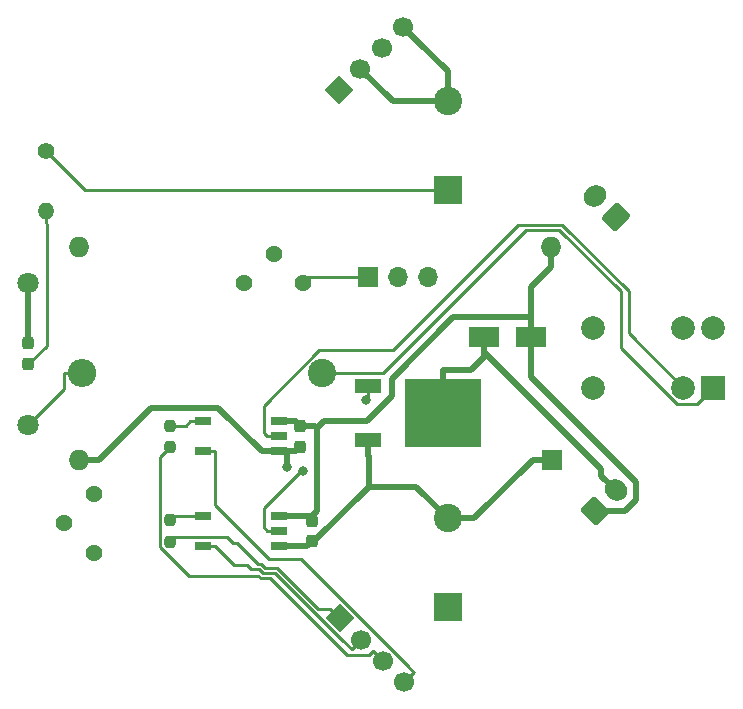
<source format=gtl>
G04 #@! TF.GenerationSoftware,KiCad,Pcbnew,(6.0.11)*
G04 #@! TF.CreationDate,2023-01-31T15:57:48+09:00*
G04 #@! TF.ProjectId,kick-drib-20230121,6b69636b-2d64-4726-9962-2d3230323330,V2.0*
G04 #@! TF.SameCoordinates,PX73bce80PY7ffbac0*
G04 #@! TF.FileFunction,Copper,L1,Top*
G04 #@! TF.FilePolarity,Positive*
%FSLAX46Y46*%
G04 Gerber Fmt 4.6, Leading zero omitted, Abs format (unit mm)*
G04 Created by KiCad (PCBNEW (6.0.11)) date 2023-01-31 15:57:48*
%MOMM*%
%LPD*%
G01*
G04 APERTURE LIST*
G04 Aperture macros list*
%AMRoundRect*
0 Rectangle with rounded corners*
0 $1 Rounding radius*
0 $2 $3 $4 $5 $6 $7 $8 $9 X,Y pos of 4 corners*
0 Add a 4 corners polygon primitive as box body*
4,1,4,$2,$3,$4,$5,$6,$7,$8,$9,$2,$3,0*
0 Add four circle primitives for the rounded corners*
1,1,$1+$1,$2,$3*
1,1,$1+$1,$4,$5*
1,1,$1+$1,$6,$7*
1,1,$1+$1,$8,$9*
0 Add four rect primitives between the rounded corners*
20,1,$1+$1,$2,$3,$4,$5,0*
20,1,$1+$1,$4,$5,$6,$7,0*
20,1,$1+$1,$6,$7,$8,$9,0*
20,1,$1+$1,$8,$9,$2,$3,0*%
%AMHorizOval*
0 Thick line with rounded ends*
0 $1 width*
0 $2 $3 position (X,Y) of the first rounded end (center of the circle)*
0 $4 $5 position (X,Y) of the second rounded end (center of the circle)*
0 Add line between two ends*
20,1,$1,$2,$3,$4,$5,0*
0 Add two circle primitives to create the rounded ends*
1,1,$1,$2,$3*
1,1,$1,$4,$5*%
%AMRotRect*
0 Rectangle, with rotation*
0 The origin of the aperture is its center*
0 $1 length*
0 $2 width*
0 $3 Rotation angle, in degrees counterclockwise*
0 Add horizontal line*
21,1,$1,$2,0,0,$3*%
G04 Aperture macros list end*
G04 #@! TA.AperFunction,SMDPad,CuDef*
%ADD10R,1.400000X0.800000*%
G04 #@! TD*
G04 #@! TA.AperFunction,SMDPad,CuDef*
%ADD11RoundRect,0.237500X-0.237500X0.300000X-0.237500X-0.300000X0.237500X-0.300000X0.237500X0.300000X0*%
G04 #@! TD*
G04 #@! TA.AperFunction,ComponentPad*
%ADD12RoundRect,0.250000X0.954594X0.106066X0.106066X0.954594X-0.954594X-0.106066X-0.106066X-0.954594X0*%
G04 #@! TD*
G04 #@! TA.AperFunction,ComponentPad*
%ADD13HorizOval,1.700000X0.106066X0.106066X-0.106066X-0.106066X0*%
G04 #@! TD*
G04 #@! TA.AperFunction,ComponentPad*
%ADD14RotRect,1.700000X1.700000X135.000000*%
G04 #@! TD*
G04 #@! TA.AperFunction,ComponentPad*
%ADD15HorizOval,1.700000X0.000000X0.000000X0.000000X0.000000X0*%
G04 #@! TD*
G04 #@! TA.AperFunction,ComponentPad*
%ADD16C,1.800000*%
G04 #@! TD*
G04 #@! TA.AperFunction,ComponentPad*
%ADD17C,1.431000*%
G04 #@! TD*
G04 #@! TA.AperFunction,SMDPad,CuDef*
%ADD18RoundRect,0.237500X-0.237500X0.250000X-0.237500X-0.250000X0.237500X-0.250000X0.237500X0.250000X0*%
G04 #@! TD*
G04 #@! TA.AperFunction,ComponentPad*
%ADD19RoundRect,0.250000X0.106066X-0.954594X0.954594X-0.106066X-0.106066X0.954594X-0.954594X0.106066X0*%
G04 #@! TD*
G04 #@! TA.AperFunction,ComponentPad*
%ADD20HorizOval,1.700000X-0.106066X0.106066X0.106066X-0.106066X0*%
G04 #@! TD*
G04 #@! TA.AperFunction,ComponentPad*
%ADD21C,2.400000*%
G04 #@! TD*
G04 #@! TA.AperFunction,ComponentPad*
%ADD22O,2.400000X2.400000*%
G04 #@! TD*
G04 #@! TA.AperFunction,ComponentPad*
%ADD23RotRect,1.700000X1.700000X45.000000*%
G04 #@! TD*
G04 #@! TA.AperFunction,ComponentPad*
%ADD24HorizOval,1.700000X0.000000X0.000000X0.000000X0.000000X0*%
G04 #@! TD*
G04 #@! TA.AperFunction,ComponentPad*
%ADD25C,1.400000*%
G04 #@! TD*
G04 #@! TA.AperFunction,ComponentPad*
%ADD26O,1.400000X1.400000*%
G04 #@! TD*
G04 #@! TA.AperFunction,SMDPad,CuDef*
%ADD27R,2.500000X1.800000*%
G04 #@! TD*
G04 #@! TA.AperFunction,SMDPad,CuDef*
%ADD28R,2.200000X1.200000*%
G04 #@! TD*
G04 #@! TA.AperFunction,SMDPad,CuDef*
%ADD29R,6.400000X5.800000*%
G04 #@! TD*
G04 #@! TA.AperFunction,SMDPad,CuDef*
%ADD30RoundRect,0.237500X-0.237500X0.287500X-0.237500X-0.287500X0.237500X-0.287500X0.237500X0.287500X0*%
G04 #@! TD*
G04 #@! TA.AperFunction,ComponentPad*
%ADD31R,2.400000X2.400000*%
G04 #@! TD*
G04 #@! TA.AperFunction,ComponentPad*
%ADD32R,1.727200X1.727200*%
G04 #@! TD*
G04 #@! TA.AperFunction,ComponentPad*
%ADD33O,1.727200X1.727200*%
G04 #@! TD*
G04 #@! TA.AperFunction,ComponentPad*
%ADD34R,2.000000X2.000000*%
G04 #@! TD*
G04 #@! TA.AperFunction,ComponentPad*
%ADD35C,2.000000*%
G04 #@! TD*
G04 #@! TA.AperFunction,ComponentPad*
%ADD36R,1.700000X1.700000*%
G04 #@! TD*
G04 #@! TA.AperFunction,ComponentPad*
%ADD37O,1.700000X1.700000*%
G04 #@! TD*
G04 #@! TA.AperFunction,ViaPad*
%ADD38C,0.800000*%
G04 #@! TD*
G04 #@! TA.AperFunction,Conductor*
%ADD39C,0.250000*%
G04 #@! TD*
G04 #@! TA.AperFunction,Conductor*
%ADD40C,0.500000*%
G04 #@! TD*
G04 APERTURE END LIST*
D10*
X23442000Y34002200D03*
X23442000Y31462200D03*
X29942000Y31462200D03*
X29942000Y32732200D03*
X29942000Y34002200D03*
D11*
X32692000Y25594700D03*
X32692000Y23869700D03*
D12*
X58420000Y51308000D03*
D13*
X56652233Y53075767D03*
D14*
X35005000Y62045200D03*
D15*
X36801051Y63841251D03*
X38597102Y65637302D03*
X40393154Y67433354D03*
D16*
X8692000Y33732200D03*
X8692000Y45732200D03*
D17*
X14224000Y27900000D03*
X11684000Y25400000D03*
X14224000Y22900000D03*
D18*
X20692000Y33644700D03*
X20692000Y31819700D03*
X20692000Y25644700D03*
X20692000Y23819700D03*
D11*
X31692000Y33594700D03*
X31692000Y31869700D03*
D10*
X23442000Y26002200D03*
X23442000Y23462200D03*
X29942000Y23462200D03*
X29942000Y24732200D03*
X29942000Y26002200D03*
D17*
X26964000Y45720000D03*
X29464000Y48220000D03*
X31964000Y45720000D03*
D19*
X56656900Y26411300D03*
D20*
X58424667Y28179067D03*
D21*
X33528000Y38100000D03*
D22*
X13208000Y38100000D03*
D23*
X35099900Y17324300D03*
D24*
X36895951Y15528249D03*
X38692002Y13732198D03*
X40488054Y11936146D03*
D25*
X10160000Y56896000D03*
D26*
X10160000Y51816000D03*
D27*
X51276000Y41148000D03*
X47276000Y41148000D03*
D28*
X37492000Y37012200D03*
D29*
X43792000Y34732200D03*
D28*
X37492000Y32452200D03*
D30*
X8692000Y40607200D03*
X8692000Y38857200D03*
D31*
X44196000Y18288000D03*
D21*
X44196000Y25788000D03*
D32*
X53020000Y30732200D03*
D33*
X52980000Y48732200D03*
X13020000Y30732200D03*
X13020000Y48732200D03*
D34*
X66679500Y36833000D03*
D35*
X64139500Y36833000D03*
X56519500Y36833000D03*
X56519500Y41913000D03*
X64139500Y41913000D03*
X66679500Y41913000D03*
D31*
X44196000Y53594000D03*
D21*
X44196000Y61094000D03*
D36*
X37440000Y46232200D03*
D37*
X39980000Y46232200D03*
X42520000Y46232200D03*
D38*
X30620700Y30145200D03*
X37297500Y35803000D03*
X31958500Y29838500D03*
D39*
X44196000Y53594000D02*
X13462000Y53594000D01*
X13462000Y53594000D02*
X10160000Y56896000D01*
D40*
X33108800Y33415000D02*
X33721000Y34027200D01*
X60151900Y27372500D02*
X59190700Y26411300D01*
X51276000Y45414300D02*
X51276000Y42804800D01*
X52980000Y48732200D02*
X52980000Y47118300D01*
X33721000Y34027200D02*
X37350500Y34027200D01*
X33108800Y26419000D02*
X33108800Y33415000D01*
X39445000Y36121700D02*
X39445000Y37584500D01*
X51276000Y37740000D02*
X60151900Y28864100D01*
X31692000Y33594700D02*
X31392300Y33894400D01*
X37350500Y34027200D02*
X39445000Y36121700D01*
X31392300Y26002200D02*
X32692000Y26002200D01*
X32929100Y33594700D02*
X31692000Y33594700D01*
X32692000Y26002200D02*
X33108800Y26419000D01*
X29942000Y34002200D02*
X31392300Y34002200D01*
X39445000Y37584500D02*
X44665300Y42804800D01*
X29942000Y26002200D02*
X31392300Y26002200D01*
X32692000Y26002200D02*
X32692000Y25594700D01*
X60151900Y28864100D02*
X60151900Y27372500D01*
X31392300Y33894400D02*
X31392300Y34002200D01*
X52980000Y47118300D02*
X51276000Y45414300D01*
X51276000Y42804800D02*
X51276000Y41148000D01*
X33108800Y33415000D02*
X32929100Y33594700D01*
X44665300Y42804800D02*
X51276000Y42804800D01*
X51276000Y41148000D02*
X51276000Y37740000D01*
X59190700Y26411300D02*
X56656900Y26411300D01*
X44196000Y61094000D02*
X44196000Y63630600D01*
X41525900Y28458100D02*
X44196000Y25788000D01*
X30281400Y31462200D02*
X29942000Y31462200D01*
X30620700Y31462200D02*
X31392300Y31462200D01*
X39548400Y61094000D02*
X44196000Y61094000D01*
X37505100Y31088800D02*
X37492000Y31101900D01*
X31392300Y31570000D02*
X31692000Y31869700D01*
X51406100Y30732200D02*
X46461900Y25788000D01*
X24792300Y35161600D02*
X19063300Y35161600D01*
X30620700Y30145200D02*
X30620700Y31462200D01*
X29942000Y31462200D02*
X28491700Y31462200D01*
X40393200Y67433400D02*
X41524800Y66301800D01*
X36801100Y63841300D02*
X39548400Y61094000D01*
X13020000Y30732200D02*
X14633900Y30732200D01*
X32692000Y23869700D02*
X32284500Y23462200D01*
X46461900Y25788000D02*
X44196000Y25788000D01*
X30281400Y31462200D02*
X30620700Y31462200D01*
X37505100Y28458100D02*
X41525900Y28458100D01*
X32692000Y23869700D02*
X32916700Y23869700D01*
X8692000Y40607200D02*
X8692000Y45732200D01*
X37492000Y32452200D02*
X37492000Y31101900D01*
X32916700Y23869700D02*
X37505100Y28458100D01*
X31392300Y31462200D02*
X31392300Y31570000D01*
X19063300Y35161600D02*
X14633900Y30732200D01*
X37505100Y28458100D02*
X37505100Y31088800D01*
X53020000Y30732200D02*
X51406100Y30732200D01*
X28491700Y31462200D02*
X24792300Y35161600D01*
X32284500Y23462200D02*
X29942000Y23462200D01*
X44196000Y63630600D02*
X41524800Y66301800D01*
X47276000Y39868200D02*
X47276000Y39497700D01*
X47276000Y40265300D02*
X47276000Y39868200D01*
X43792000Y38382500D02*
X46160800Y38382500D01*
X57187100Y29957100D02*
X57187100Y29416800D01*
X58424700Y28179100D02*
X57187100Y29416800D01*
X46160800Y38382500D02*
X47276000Y39497700D01*
X47276000Y39868200D02*
X57187100Y29957100D01*
X47276000Y41148000D02*
X47276000Y40265300D01*
X43792000Y34732200D02*
X43792000Y38382500D01*
D39*
X25981500Y23737300D02*
X25531200Y24187600D01*
X34268900Y18155400D02*
X34268800Y18155300D01*
X28735800Y21620000D02*
X28384500Y21971300D01*
X28384500Y21971300D02*
X28146300Y21971300D01*
X26380300Y23737300D02*
X25981500Y23737300D01*
X21059900Y24187600D02*
X20692000Y23819700D01*
X25531200Y24187600D02*
X21059900Y24187600D01*
X34268800Y18155300D02*
X33236100Y18155300D01*
X33236100Y18155300D02*
X29771400Y21620000D01*
X35099900Y17324300D02*
X34268900Y18155400D01*
X28146300Y21971300D02*
X26380300Y23737300D01*
X29771400Y21620000D02*
X28735800Y21620000D01*
X19851400Y23366300D02*
X19851400Y30979100D01*
X28362600Y20719400D02*
X28170600Y20911400D01*
X22306300Y20911400D02*
X19851400Y23366300D01*
X28170600Y20911400D02*
X22306300Y20911400D01*
X19851400Y30979100D02*
X20692000Y31819700D01*
X38692000Y13732200D02*
X37861000Y14563300D01*
X37861000Y14563300D02*
X37497300Y14199600D01*
X37497300Y14199600D02*
X35693000Y14199600D01*
X29173200Y20719400D02*
X28362600Y20719400D01*
X35693000Y14199600D02*
X29173200Y20719400D01*
X40938400Y13147900D02*
X40938400Y13174500D01*
X24467300Y26924100D02*
X24467300Y31462200D01*
X31790100Y22322800D02*
X29068600Y22322800D01*
X29068600Y22322800D02*
X24467300Y26924100D01*
X40488100Y11936100D02*
X41319200Y12767200D01*
X41319200Y12767200D02*
X40938400Y13147900D01*
X40938400Y13174500D02*
X31790100Y22322800D01*
X23442000Y31462200D02*
X24467300Y31462200D01*
X26076100Y21853400D02*
X24467300Y23462200D01*
X28197900Y21521000D02*
X27561000Y21521000D01*
X36896000Y15528200D02*
X36065000Y14697200D01*
X27228600Y21853400D02*
X26076100Y21853400D01*
X35226300Y15528200D02*
X29584800Y21169700D01*
X28549200Y21169700D02*
X28197900Y21521000D01*
X35233900Y15528200D02*
X35226300Y15528200D01*
X27561000Y21521000D02*
X27228600Y21853400D01*
X23442000Y23462200D02*
X24467300Y23462200D01*
X36065000Y14697200D02*
X35233900Y15528200D01*
X29584800Y21169700D02*
X28549200Y21169700D01*
X37440000Y46232200D02*
X32476200Y46232200D01*
X32476200Y46232200D02*
X31964000Y45720000D01*
X65337300Y35490800D02*
X66679500Y36833000D01*
X33528000Y38100000D02*
X38722300Y38100000D01*
X50843700Y50221400D02*
X53653700Y50221400D01*
X63576900Y35490800D02*
X65337300Y35490800D01*
X58842000Y40225700D02*
X63576900Y35490800D01*
X38722300Y38100000D02*
X50843700Y50221400D01*
X53653700Y50221400D02*
X58842000Y45033100D01*
X58842000Y45033100D02*
X58842000Y40225700D01*
X64139500Y36833000D02*
X59517300Y41455200D01*
X39550400Y40079000D02*
X33344400Y40079000D01*
X33344400Y40079000D02*
X28616600Y35351200D01*
X59517300Y41455200D02*
X59517300Y45015200D01*
X28616600Y33032300D02*
X28916700Y32732200D01*
X28616600Y35351200D02*
X28616600Y33032300D01*
X53860700Y50671800D02*
X50143200Y50671800D01*
X50143200Y50671800D02*
X39550400Y40079000D01*
X29942000Y32732200D02*
X28916700Y32732200D01*
X59517300Y45015200D02*
X53860700Y50671800D01*
X29942000Y24732200D02*
X28916700Y24732200D01*
X31771700Y29838500D02*
X28616600Y26683400D01*
X37492000Y36086900D02*
X37297500Y35892400D01*
X37297500Y35892400D02*
X37297500Y35803000D01*
X28616600Y26683400D02*
X28616600Y25032300D01*
X31958500Y29838500D02*
X31771700Y29838500D01*
X37492000Y37012200D02*
X37492000Y36086900D01*
X28616600Y25032300D02*
X28916700Y24732200D01*
X11682700Y38100000D02*
X11682700Y36722900D01*
X11682700Y36722900D02*
X8692000Y33732200D01*
X13208000Y38100000D02*
X11682700Y38100000D01*
X23442000Y26002200D02*
X21049500Y26002200D01*
X21049500Y26002200D02*
X20692000Y25644700D01*
X20692000Y33644700D02*
X22059200Y33644700D01*
X22059200Y33644700D02*
X22416700Y34002200D01*
X23442000Y34002200D02*
X22416700Y34002200D01*
X10160000Y51816000D02*
X10160000Y50790700D01*
X8692000Y38857200D02*
X10232700Y40397900D01*
X10232700Y40397900D02*
X10232700Y50718000D01*
X10232700Y50718000D02*
X10160000Y50790700D01*
M02*

</source>
